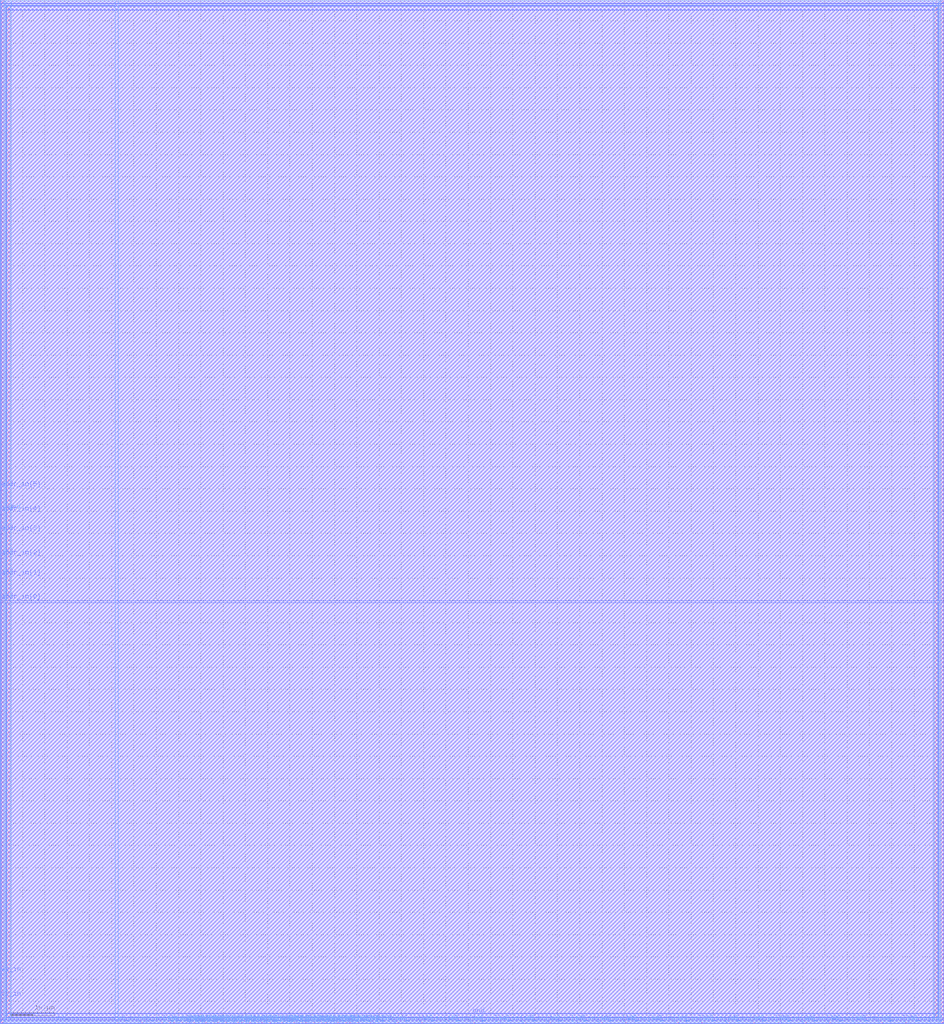
<source format=lef>
VERSION 5.4 ;
NAMESCASESENSITIVE ON ;
BUSBITCHARS "[]" ;
DIVIDERCHAR "/" ;
UNITS
  DATABASE MICRONS 2000 ;
END UNITS
MACRO SRAM_6T_CORE_64x32_MC_TB 
   CLASS BLOCK ;
   SIZE 211.78 BY 229.68 ;
   SYMMETRY X Y R90 ;
   PIN wd_in[0]
      DIRECTION INPUT ;
      PORT
         LAYER metal4 ;
         RECT  26.03 0.0 26.18 0.15 ;
      END
   END wd_in[0]
   PIN wd_in[1]
      DIRECTION INPUT ;
      PORT
         LAYER metal4 ;
         RECT  31.76 0.0 31.91 0.15 ;
      END
   END wd_in[1]
   PIN wd_in[2]
      DIRECTION INPUT ;
      PORT
         LAYER metal4 ;
         RECT  37.48 0.0 37.63 0.15 ;
      END
   END wd_in[2]
   PIN wd_in[3]
      DIRECTION INPUT ;
      PORT
         LAYER metal4 ;
         RECT  43.19 0.0 43.34 0.15 ;
      END
   END wd_in[3]
   PIN wd_in[4]
      DIRECTION INPUT ;
      PORT
         LAYER metal4 ;
         RECT  48.91 0.0 49.06 0.15 ;
      END
   END wd_in[4]
   PIN wd_in[5]
      DIRECTION INPUT ;
      PORT
         LAYER metal4 ;
         RECT  54.64 0.0 54.79 0.15 ;
      END
   END wd_in[5]
   PIN wd_in[6]
      DIRECTION INPUT ;
      PORT
         LAYER metal4 ;
         RECT  60.36 0.0 60.51 0.15 ;
      END
   END wd_in[6]
   PIN wd_in[7]
      DIRECTION INPUT ;
      PORT
         LAYER metal4 ;
         RECT  66.08 0.0 66.23 0.15 ;
      END
   END wd_in[7]
   PIN wd_in[8]
      DIRECTION INPUT ;
      PORT
         LAYER metal4 ;
         RECT  71.8 0.0 71.95 0.15 ;
      END
   END wd_in[8]
   PIN wd_in[9]
      DIRECTION INPUT ;
      PORT
         LAYER metal4 ;
         RECT  77.51 0.0 77.66 0.15 ;
      END
   END wd_in[9]
   PIN wd_in[10]
      DIRECTION INPUT ;
      PORT
         LAYER metal4 ;
         RECT  83.23 0.0 83.38 0.15 ;
      END
   END wd_in[10]
   PIN wd_in[11]
      DIRECTION INPUT ;
      PORT
         LAYER metal4 ;
         RECT  88.95 0.0 89.1 0.15 ;
      END
   END wd_in[11]
   PIN wd_in[12]
      DIRECTION INPUT ;
      PORT
         LAYER metal4 ;
         RECT  94.67 0.0 94.82 0.15 ;
      END
   END wd_in[12]
   PIN wd_in[13]
      DIRECTION INPUT ;
      PORT
         LAYER metal4 ;
         RECT  100.4 0.0 100.55 0.15 ;
      END
   END wd_in[13]
   PIN wd_in[14]
      DIRECTION INPUT ;
      PORT
         LAYER metal4 ;
         RECT  106.12 0.0 106.27 0.15 ;
      END
   END wd_in[14]
   PIN wd_in[15]
      DIRECTION INPUT ;
      PORT
         LAYER metal4 ;
         RECT  111.84 0.0 111.99 0.15 ;
      END
   END wd_in[15]
   PIN wd_in[16]
      DIRECTION INPUT ;
      PORT
         LAYER metal4 ;
         RECT  117.56 0.0 117.71 0.15 ;
      END
   END wd_in[16]
   PIN wd_in[17]
      DIRECTION INPUT ;
      PORT
         LAYER metal4 ;
         RECT  123.28 0.0 123.43 0.15 ;
      END
   END wd_in[17]
   PIN wd_in[18]
      DIRECTION INPUT ;
      PORT
         LAYER metal4 ;
         RECT  129.0 0.0 129.15 0.15 ;
      END
   END wd_in[18]
   PIN wd_in[19]
      DIRECTION INPUT ;
      PORT
         LAYER metal4 ;
         RECT  134.72 0.0 134.87 0.15 ;
      END
   END wd_in[19]
   PIN wd_in[20]
      DIRECTION INPUT ;
      PORT
         LAYER metal4 ;
         RECT  140.44 0.0 140.59 0.15 ;
      END
   END wd_in[20]
   PIN wd_in[21]
      DIRECTION INPUT ;
      PORT
         LAYER metal4 ;
         RECT  146.15 0.0 146.3 0.15 ;
      END
   END wd_in[21]
   PIN wd_in[22]
      DIRECTION INPUT ;
      PORT
         LAYER metal4 ;
         RECT  151.87 0.0 152.02 0.15 ;
      END
   END wd_in[22]
   PIN wd_in[23]
      DIRECTION INPUT ;
      PORT
         LAYER metal4 ;
         RECT  157.59 0.0 157.74 0.15 ;
      END
   END wd_in[23]
   PIN wd_in[24]
      DIRECTION INPUT ;
      PORT
         LAYER metal4 ;
         RECT  163.32 0.0 163.47 0.15 ;
      END
   END wd_in[24]
   PIN wd_in[25]
      DIRECTION INPUT ;
      PORT
         LAYER metal4 ;
         RECT  169.03 0.0 169.18 0.15 ;
      END
   END wd_in[25]
   PIN wd_in[26]
      DIRECTION INPUT ;
      PORT
         LAYER metal4 ;
         RECT  174.76 0.0 174.91 0.15 ;
      END
   END wd_in[26]
   PIN wd_in[27]
      DIRECTION INPUT ;
      PORT
         LAYER metal4 ;
         RECT  180.47 0.0 180.62 0.15 ;
      END
   END wd_in[27]
   PIN wd_in[28]
      DIRECTION INPUT ;
      PORT
         LAYER metal4 ;
         RECT  186.2 0.0 186.35 0.15 ;
      END
   END wd_in[28]
   PIN wd_in[29]
      DIRECTION INPUT ;
      PORT
         LAYER metal4 ;
         RECT  191.91 0.0 192.06 0.15 ;
      END
   END wd_in[29]
   PIN wd_in[30]
      DIRECTION INPUT ;
      PORT
         LAYER metal4 ;
         RECT  197.64 0.0 197.79 0.15 ;
      END
   END wd_in[30]
   PIN wd_in[31]
      DIRECTION INPUT ;
      PORT
         LAYER metal4 ;
         RECT  203.35 0.0 203.5 0.15 ;
      END
   END wd_in[31]
   PIN addr_in[0]
      DIRECTION INPUT ;
      PORT
         LAYER metal3 ;
         RECT  0.0 94.57 0.15 94.72 ;
      END
   END addr_in[0]
   PIN addr_in[1]
      DIRECTION INPUT ;
      PORT
         LAYER metal3 ;
         RECT  0.0 100.03 0.15 100.18 ;
      END
   END addr_in[1]
   PIN addr_in[2]
      DIRECTION INPUT ;
      PORT
         LAYER metal3 ;
         RECT  0.0 104.45 0.15 104.6 ;
      END
   END addr_in[2]
   PIN addr_in[3]
      DIRECTION INPUT ;
      PORT
         LAYER metal3 ;
         RECT  0.0 109.91 0.15 110.06 ;
      END
   END addr_in[3]
   PIN addr_in[4]
      DIRECTION INPUT ;
      PORT
         LAYER metal3 ;
         RECT  0.0 114.33 0.15 114.48 ;
      END
   END addr_in[4]
   PIN addr_in[5]
      DIRECTION INPUT ;
      PORT
         LAYER metal3 ;
         RECT  0.0 119.79 0.15 119.94 ;
      END
   END addr_in[5]
   PIN ce_in
      DIRECTION INPUT ;
      PORT
         LAYER metal3 ;
         RECT  0.0 5.52 0.15 5.67 ;
      END
   END ce_in
   PIN we_in
      DIRECTION INPUT ;
      PORT
         LAYER metal3 ;
         RECT  0.0 10.98 0.15 11.13 ;
      END
   END we_in
   PIN clk
      DIRECTION INPUT ;
      PORT
         LAYER metal4 ;
         RECT  12.61 0.0 12.76 0.15 ;
      END
   END clk
   PIN rd_out[0]
      DIRECTION OUTPUT ;
      PORT
         LAYER metal4 ;
         RECT  36.2 0.0 36.35 0.15 ;
      END
   END rd_out[0]
   PIN rd_out[1]
      DIRECTION OUTPUT ;
      PORT
         LAYER metal4 ;
         RECT  37.79 0.0 37.94 0.15 ;
      END
   END rd_out[1]
   PIN rd_out[2]
      DIRECTION OUTPUT ;
      PORT
         LAYER metal4 ;
         RECT  39.14 0.0 39.29 0.15 ;
      END
   END rd_out[2]
   PIN rd_out[3]
      DIRECTION OUTPUT ;
      PORT
         LAYER metal4 ;
         RECT  40.55 0.0 40.7 0.15 ;
      END
   END rd_out[3]
   PIN rd_out[4]
      DIRECTION OUTPUT ;
      PORT
         LAYER metal4 ;
         RECT  41.92 0.0 42.07 0.15 ;
      END
   END rd_out[4]
   PIN rd_out[5]
      DIRECTION OUTPUT ;
      PORT
         LAYER metal4 ;
         RECT  43.5 0.0 43.65 0.15 ;
      END
   END rd_out[5]
   PIN rd_out[6]
      DIRECTION OUTPUT ;
      PORT
         LAYER metal4 ;
         RECT  44.78 0.0 44.93 0.15 ;
      END
   END rd_out[6]
   PIN rd_out[7]
      DIRECTION OUTPUT ;
      PORT
         LAYER metal4 ;
         RECT  46.19 0.0 46.34 0.15 ;
      END
   END rd_out[7]
   PIN rd_out[8]
      DIRECTION OUTPUT ;
      PORT
         LAYER metal4 ;
         RECT  47.6 0.0 47.75 0.15 ;
      END
   END rd_out[8]
   PIN rd_out[9]
      DIRECTION OUTPUT ;
      PORT
         LAYER metal4 ;
         RECT  49.22 0.0 49.37 0.15 ;
      END
   END rd_out[9]
   PIN rd_out[10]
      DIRECTION OUTPUT ;
      PORT
         LAYER metal4 ;
         RECT  50.42 0.0 50.57 0.15 ;
      END
   END rd_out[10]
   PIN rd_out[11]
      DIRECTION OUTPUT ;
      PORT
         LAYER metal4 ;
         RECT  51.83 0.0 51.98 0.15 ;
      END
   END rd_out[11]
   PIN rd_out[12]
      DIRECTION OUTPUT ;
      PORT
         LAYER metal4 ;
         RECT  53.25 0.0 53.4 0.15 ;
      END
   END rd_out[12]
   PIN rd_out[13]
      DIRECTION OUTPUT ;
      PORT
         LAYER metal4 ;
         RECT  54.32 0.0 54.47 0.15 ;
      END
   END rd_out[13]
   PIN rd_out[14]
      DIRECTION OUTPUT ;
      PORT
         LAYER metal4 ;
         RECT  56.06 0.0 56.21 0.15 ;
      END
   END rd_out[14]
   PIN rd_out[15]
      DIRECTION OUTPUT ;
      PORT
         LAYER metal4 ;
         RECT  57.47 0.0 57.62 0.15 ;
      END
   END rd_out[15]
   PIN rd_out[16]
      DIRECTION OUTPUT ;
      PORT
         LAYER metal4 ;
         RECT  58.88 0.0 59.03 0.15 ;
      END
   END rd_out[16]
   PIN rd_out[17]
      DIRECTION OUTPUT ;
      PORT
         LAYER metal4 ;
         RECT  60.02 0.0 60.17 0.15 ;
      END
   END rd_out[17]
   PIN rd_out[18]
      DIRECTION OUTPUT ;
      PORT
         LAYER metal4 ;
         RECT  61.7 0.0 61.85 0.15 ;
      END
   END rd_out[18]
   PIN rd_out[19]
      DIRECTION OUTPUT ;
      PORT
         LAYER metal4 ;
         RECT  63.11 0.0 63.26 0.15 ;
      END
   END rd_out[19]
   PIN rd_out[20]
      DIRECTION OUTPUT ;
      PORT
         LAYER metal4 ;
         RECT  64.52 0.0 64.67 0.15 ;
      END
   END rd_out[20]
   PIN rd_out[21]
      DIRECTION OUTPUT ;
      PORT
         LAYER metal4 ;
         RECT  65.66 0.0 65.81 0.15 ;
      END
   END rd_out[21]
   PIN rd_out[22]
      DIRECTION OUTPUT ;
      PORT
         LAYER metal4 ;
         RECT  67.34 0.0 67.49 0.15 ;
      END
   END rd_out[22]
   PIN rd_out[23]
      DIRECTION OUTPUT ;
      PORT
         LAYER metal4 ;
         RECT  68.75 0.0 68.9 0.15 ;
      END
   END rd_out[23]
   PIN rd_out[24]
      DIRECTION OUTPUT ;
      PORT
         LAYER metal4 ;
         RECT  70.16 0.0 70.31 0.15 ;
      END
   END rd_out[24]
   PIN rd_out[25]
      DIRECTION OUTPUT ;
      PORT
         LAYER metal4 ;
         RECT  71.48 0.0 71.63 0.15 ;
      END
   END rd_out[25]
   PIN rd_out[26]
      DIRECTION OUTPUT ;
      PORT
         LAYER metal4 ;
         RECT  72.98 0.0 73.13 0.15 ;
      END
   END rd_out[26]
   PIN rd_out[27]
      DIRECTION OUTPUT ;
      PORT
         LAYER metal4 ;
         RECT  74.39 0.0 74.54 0.15 ;
      END
   END rd_out[27]
   PIN rd_out[28]
      DIRECTION OUTPUT ;
      PORT
         LAYER metal4 ;
         RECT  75.8 0.0 75.95 0.15 ;
      END
   END rd_out[28]
   PIN rd_out[29]
      DIRECTION OUTPUT ;
      PORT
         LAYER metal4 ;
         RECT  77.19 0.0 77.34 0.15 ;
      END
   END rd_out[29]
   PIN rd_out[30]
      DIRECTION OUTPUT ;
      PORT
         LAYER metal4 ;
         RECT  78.62 0.0 78.77 0.15 ;
      END
   END rd_out[30]
   PIN rd_out[31]
      DIRECTION OUTPUT ;
      PORT
         LAYER metal4 ;
         RECT  80.03 0.0 80.18 0.15 ;
      END
   END rd_out[31]
   PIN vdd
      DIRECTION INOUT ;
      USE POWER ; 
      SHAPE ABUTMENT ; 
      PORT
         LAYER metal4 ;
         RECT  0.0 0.0 0.73 229.68 ;
         LAYER metal3 ;
         RECT  0.0 0.0 211.78 0.73 ;
         LAYER metal3 ;
         RECT  0.0 228.95 211.78 229.68 ;
         LAYER metal4 ;
         RECT  211.05 0.0 211.78 229.68 ;
      END
   END vdd
   PIN gnd
      DIRECTION INOUT ;
      USE GROUND ; 
      SHAPE ABUTMENT ; 
      PORT
         LAYER metal4 ;
         RECT  209.59 1.46 210.32 228.22 ;
         LAYER metal3 ;
         RECT  1.46 227.49 210.32 228.22 ;
         LAYER metal4 ;
         RECT  1.46 1.46 2.19 228.22 ;
         LAYER metal3 ;
         RECT  1.46 1.46 210.32 2.19 ;
      END
   END gnd
   OBS
   LAYER  metal1 ;
      RECT  0.14 0.14 211.64 229.54 ;
   LAYER  metal2 ;
      RECT  0.14 0.14 211.64 229.54 ;
   LAYER  metal3 ;
      RECT  0.29 94.43 211.64 94.86 ;
      RECT  0.14 94.86 0.29 99.89 ;
      RECT  0.14 100.32 0.29 104.31 ;
      RECT  0.14 104.74 0.29 109.77 ;
      RECT  0.14 110.2 0.29 114.19 ;
      RECT  0.14 114.62 0.29 119.65 ;
      RECT  0.14 5.81 0.29 10.84 ;
      RECT  0.14 11.27 0.29 94.43 ;
      RECT  0.14 0.87 0.29 5.38 ;
      RECT  0.14 120.08 0.29 228.81 ;
      RECT  0.29 94.86 1.32 227.35 ;
      RECT  0.29 227.35 1.32 228.36 ;
      RECT  0.29 228.36 1.32 228.81 ;
      RECT  1.32 94.86 210.46 227.35 ;
      RECT  1.32 228.36 210.46 228.81 ;
      RECT  210.46 94.86 211.64 227.35 ;
      RECT  210.46 227.35 211.64 228.36 ;
      RECT  210.46 228.36 211.64 228.81 ;
      RECT  0.29 0.87 1.32 1.32 ;
      RECT  0.29 1.32 1.32 2.33 ;
      RECT  0.29 2.33 1.32 94.43 ;
      RECT  1.32 0.87 210.46 1.32 ;
      RECT  1.32 2.33 210.46 94.43 ;
      RECT  210.46 0.87 211.64 1.32 ;
      RECT  210.46 1.32 211.64 2.33 ;
      RECT  210.46 2.33 211.64 94.43 ;
   LAYER  metal4 ;
      RECT  25.75 0.43 26.46 229.54 ;
      RECT  26.46 0.14 31.48 0.43 ;
      RECT  83.66 0.14 88.67 0.43 ;
      RECT  89.38 0.14 94.39 0.43 ;
      RECT  95.1 0.14 100.12 0.43 ;
      RECT  100.83 0.14 105.84 0.43 ;
      RECT  106.55 0.14 111.56 0.43 ;
      RECT  112.27 0.14 117.28 0.43 ;
      RECT  117.99 0.14 123.0 0.43 ;
      RECT  123.71 0.14 128.72 0.43 ;
      RECT  129.43 0.14 134.44 0.43 ;
      RECT  135.15 0.14 140.16 0.43 ;
      RECT  140.87 0.14 145.87 0.43 ;
      RECT  146.58 0.14 151.59 0.43 ;
      RECT  152.3 0.14 157.31 0.43 ;
      RECT  158.02 0.14 163.04 0.43 ;
      RECT  163.75 0.14 168.75 0.43 ;
      RECT  169.46 0.14 174.48 0.43 ;
      RECT  175.19 0.14 180.19 0.43 ;
      RECT  180.9 0.14 185.92 0.43 ;
      RECT  186.63 0.14 191.63 0.43 ;
      RECT  192.34 0.14 197.36 0.43 ;
      RECT  198.07 0.14 203.07 0.43 ;
      RECT  13.04 0.14 25.75 0.43 ;
      RECT  32.19 0.14 35.92 0.43 ;
      RECT  36.63 0.14 37.2 0.43 ;
      RECT  38.22 0.14 38.86 0.43 ;
      RECT  39.57 0.14 40.27 0.43 ;
      RECT  40.98 0.14 41.64 0.43 ;
      RECT  42.35 0.14 42.91 0.43 ;
      RECT  43.93 0.14 44.5 0.43 ;
      RECT  45.21 0.14 45.91 0.43 ;
      RECT  46.62 0.14 47.32 0.43 ;
      RECT  48.03 0.14 48.63 0.43 ;
      RECT  49.65 0.14 50.14 0.43 ;
      RECT  50.85 0.14 51.55 0.43 ;
      RECT  52.26 0.14 52.97 0.43 ;
      RECT  53.68 0.14 54.04 0.43 ;
      RECT  55.07 0.14 55.78 0.43 ;
      RECT  56.49 0.14 57.19 0.43 ;
      RECT  57.9 0.14 58.6 0.43 ;
      RECT  59.31 0.14 59.74 0.43 ;
      RECT  60.79 0.14 61.42 0.43 ;
      RECT  62.13 0.14 62.83 0.43 ;
      RECT  63.54 0.14 64.24 0.43 ;
      RECT  64.95 0.14 65.38 0.43 ;
      RECT  66.51 0.14 67.06 0.43 ;
      RECT  67.77 0.14 68.47 0.43 ;
      RECT  69.18 0.14 69.88 0.43 ;
      RECT  70.59 0.14 71.2 0.43 ;
      RECT  72.23 0.14 72.7 0.43 ;
      RECT  73.41 0.14 74.11 0.43 ;
      RECT  74.82 0.14 75.52 0.43 ;
      RECT  76.23 0.14 76.91 0.43 ;
      RECT  77.94 0.14 78.34 0.43 ;
      RECT  79.05 0.14 79.75 0.43 ;
      RECT  80.46 0.14 82.95 0.43 ;
      RECT  1.01 0.14 12.33 0.43 ;
      RECT  203.78 0.14 210.77 0.43 ;
      RECT  26.46 0.43 209.31 1.18 ;
      RECT  26.46 1.18 209.31 228.5 ;
      RECT  26.46 228.5 209.31 229.54 ;
      RECT  209.31 0.43 210.6 1.18 ;
      RECT  209.31 228.5 210.6 229.54 ;
      RECT  210.6 0.43 210.77 1.18 ;
      RECT  210.6 1.18 210.77 228.5 ;
      RECT  210.6 228.5 210.77 229.54 ;
      RECT  1.01 0.43 1.18 1.18 ;
      RECT  1.01 1.18 1.18 228.5 ;
      RECT  1.01 228.5 1.18 229.54 ;
      RECT  1.18 0.43 2.47 1.18 ;
      RECT  1.18 228.5 2.47 229.54 ;
      RECT  2.47 0.43 25.75 1.18 ;
      RECT  2.47 1.18 25.75 228.5 ;
      RECT  2.47 228.5 25.75 229.54 ;
   END
END    SRAM_6T_CORE_64x32_MC_TB 
END    LIBRARY

</source>
